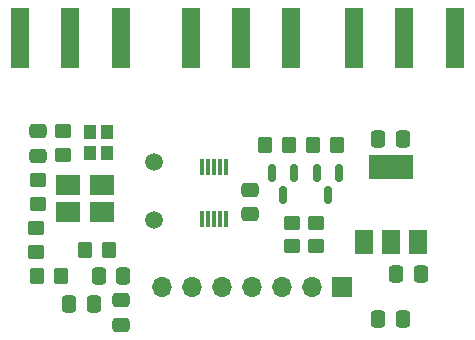
<source format=gbr>
%TF.GenerationSoftware,KiCad,Pcbnew,(6.0.11)*%
%TF.CreationDate,2023-11-05T19:40:27-06:00*%
%TF.ProjectId,PLLBoard,504c4c42-6f61-4726-942e-6b696361645f,rev?*%
%TF.SameCoordinates,Original*%
%TF.FileFunction,Soldermask,Top*%
%TF.FilePolarity,Negative*%
%FSLAX46Y46*%
G04 Gerber Fmt 4.6, Leading zero omitted, Abs format (unit mm)*
G04 Created by KiCad (PCBNEW (6.0.11)) date 2023-11-05 19:40:27*
%MOMM*%
%LPD*%
G01*
G04 APERTURE LIST*
G04 Aperture macros list*
%AMRoundRect*
0 Rectangle with rounded corners*
0 $1 Rounding radius*
0 $2 $3 $4 $5 $6 $7 $8 $9 X,Y pos of 4 corners*
0 Add a 4 corners polygon primitive as box body*
4,1,4,$2,$3,$4,$5,$6,$7,$8,$9,$2,$3,0*
0 Add four circle primitives for the rounded corners*
1,1,$1+$1,$2,$3*
1,1,$1+$1,$4,$5*
1,1,$1+$1,$6,$7*
1,1,$1+$1,$8,$9*
0 Add four rect primitives between the rounded corners*
20,1,$1+$1,$2,$3,$4,$5,0*
20,1,$1+$1,$4,$5,$6,$7,0*
20,1,$1+$1,$6,$7,$8,$9,0*
20,1,$1+$1,$8,$9,$2,$3,0*%
G04 Aperture macros list end*
%ADD10R,1.500000X2.000000*%
%ADD11R,3.800000X2.000000*%
%ADD12C,1.500000*%
%ADD13R,1.500000X5.080000*%
%ADD14RoundRect,0.250000X0.450000X-0.350000X0.450000X0.350000X-0.450000X0.350000X-0.450000X-0.350000X0*%
%ADD15RoundRect,0.250000X-0.450000X0.350000X-0.450000X-0.350000X0.450000X-0.350000X0.450000X0.350000X0*%
%ADD16RoundRect,0.250000X-0.475000X0.337500X-0.475000X-0.337500X0.475000X-0.337500X0.475000X0.337500X0*%
%ADD17RoundRect,0.250000X-0.350000X-0.450000X0.350000X-0.450000X0.350000X0.450000X-0.350000X0.450000X0*%
%ADD18RoundRect,0.150000X-0.150000X0.587500X-0.150000X-0.587500X0.150000X-0.587500X0.150000X0.587500X0*%
%ADD19RoundRect,0.250000X0.475000X-0.337500X0.475000X0.337500X-0.475000X0.337500X-0.475000X-0.337500X0*%
%ADD20RoundRect,0.250000X-0.337500X-0.475000X0.337500X-0.475000X0.337500X0.475000X-0.337500X0.475000X0*%
%ADD21RoundRect,0.250000X0.337500X0.475000X-0.337500X0.475000X-0.337500X-0.475000X0.337500X-0.475000X0*%
%ADD22R,0.300000X1.400000*%
%ADD23R,2.100000X1.800000*%
%ADD24R,1.700000X1.700000*%
%ADD25O,1.700000X1.700000*%
%ADD26R,1.000000X1.150000*%
G04 APERTURE END LIST*
D10*
%TO.C,U1*%
X79234000Y-75794000D03*
X81534000Y-75794000D03*
D11*
X81534000Y-69494000D03*
D10*
X83834000Y-75794000D03*
%TD*%
D12*
%TO.C,Y2*%
X61468000Y-73914000D03*
X61468000Y-69034000D03*
%TD*%
D13*
%TO.C,J4*%
X82690000Y-58500000D03*
X86940000Y-58500000D03*
X78440000Y-58500000D03*
%TD*%
D14*
%TO.C,R10*%
X51640000Y-72590000D03*
X51640000Y-70590000D03*
%TD*%
D15*
%TO.C,R7*%
X53780000Y-66440000D03*
X53780000Y-68440000D03*
%TD*%
D16*
%TO.C,C6*%
X51660000Y-66432500D03*
X51660000Y-68507500D03*
%TD*%
D17*
%TO.C,R8*%
X55680000Y-76480000D03*
X57680000Y-76480000D03*
%TD*%
%TO.C,R4*%
X74946000Y-67564000D03*
X76946000Y-67564000D03*
%TD*%
D18*
%TO.C,Q2*%
X77150000Y-69928500D03*
X75250000Y-69928500D03*
X76200000Y-71803500D03*
%TD*%
D19*
%TO.C,C4*%
X69590000Y-73457500D03*
X69590000Y-71382500D03*
%TD*%
D20*
%TO.C,C8*%
X56409500Y-81026000D03*
X54334500Y-81026000D03*
%TD*%
%TO.C,C1*%
X82020500Y-78486000D03*
X84095500Y-78486000D03*
%TD*%
D21*
%TO.C,C3*%
X82571500Y-67056000D03*
X80496500Y-67056000D03*
%TD*%
D13*
%TO.C,J3*%
X68834000Y-58547000D03*
X73084000Y-58547000D03*
X64584000Y-58547000D03*
%TD*%
D17*
%TO.C,R3*%
X70882000Y-67564000D03*
X72882000Y-67564000D03*
%TD*%
D21*
%TO.C,C2*%
X82571500Y-82296000D03*
X80496500Y-82296000D03*
%TD*%
D22*
%TO.C,U2*%
X67548000Y-69428000D03*
X67048000Y-69428000D03*
X66548000Y-69428000D03*
X66048000Y-69428000D03*
X65548000Y-69428000D03*
X65548000Y-73828000D03*
X66048000Y-73828000D03*
X66548000Y-73828000D03*
X67048000Y-73828000D03*
X67548000Y-73828000D03*
%TD*%
D20*
%TO.C,C5*%
X56802500Y-78670000D03*
X58877500Y-78670000D03*
%TD*%
D13*
%TO.C,J2*%
X54410000Y-58510000D03*
X58660000Y-58510000D03*
X50160000Y-58510000D03*
%TD*%
D14*
%TO.C,R1*%
X73152000Y-76168000D03*
X73152000Y-74168000D03*
%TD*%
D23*
%TO.C,Y1*%
X54230000Y-73250000D03*
X57130000Y-73250000D03*
X57130000Y-70950000D03*
X54230000Y-70950000D03*
%TD*%
D19*
%TO.C,C7*%
X58674000Y-82825500D03*
X58674000Y-80750500D03*
%TD*%
D24*
%TO.C,J1*%
X77419200Y-79603600D03*
D25*
X74879200Y-79603600D03*
X72339200Y-79603600D03*
X69799200Y-79603600D03*
X67259200Y-79603600D03*
X64719200Y-79603600D03*
X62179200Y-79603600D03*
%TD*%
D14*
%TO.C,R6*%
X51520000Y-76610000D03*
X51520000Y-74610000D03*
%TD*%
D18*
%TO.C,Q1*%
X73340000Y-69928500D03*
X71440000Y-69928500D03*
X72390000Y-71803500D03*
%TD*%
D17*
%TO.C,R9*%
X51620000Y-78660000D03*
X53620000Y-78660000D03*
%TD*%
D26*
%TO.C,Y3*%
X56110000Y-66515000D03*
X56110000Y-68265000D03*
X57510000Y-68265000D03*
X57510000Y-66515000D03*
%TD*%
D14*
%TO.C,R2*%
X75184000Y-76168000D03*
X75184000Y-74168000D03*
%TD*%
M02*

</source>
